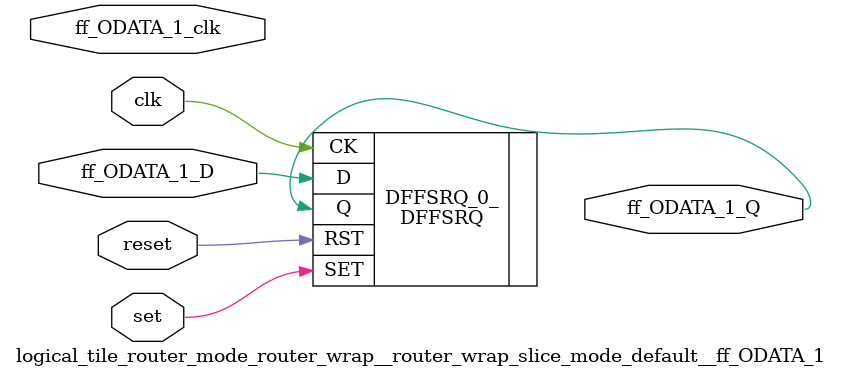
<source format=v>
`default_nettype none

module logical_tile_router_mode_router_wrap__router_wrap_slice_mode_default__ff_ODATA_1(set,
                                                                                        reset,
                                                                                        clk,
                                                                                        ff_ODATA_1_D,
                                                                                        ff_ODATA_1_Q,
                                                                                        ff_ODATA_1_clk);
//----- GLOBAL PORTS -----
input [0:0] set;
//----- GLOBAL PORTS -----
input [0:0] reset;
//----- GLOBAL PORTS -----
input [0:0] clk;
//----- INPUT PORTS -----
input [0:0] ff_ODATA_1_D;
//----- OUTPUT PORTS -----
output [0:0] ff_ODATA_1_Q;
//----- CLOCK PORTS -----
input [0:0] ff_ODATA_1_clk;

//----- BEGIN wire-connection ports -----
wire [0:0] ff_ODATA_1_D;
wire [0:0] ff_ODATA_1_Q;
wire [0:0] ff_ODATA_1_clk;
//----- END wire-connection ports -----


//----- BEGIN Registered ports -----
//----- END Registered ports -----



// ----- BEGIN Local short connections -----
// ----- END Local short connections -----
// ----- BEGIN Local output short connections -----
// ----- END Local output short connections -----

	DFFSRQ DFFSRQ_0_ (
		.SET(set),
		.RST(reset),
		.CK(clk),
		.D(ff_ODATA_1_D),
		.Q(ff_ODATA_1_Q));

endmodule
// ----- END Verilog module for logical_tile_router_mode_router_wrap__router_wrap_slice_mode_default__ff_ODATA_1 -----

//----- Default net type -----
`default_nettype wire




</source>
